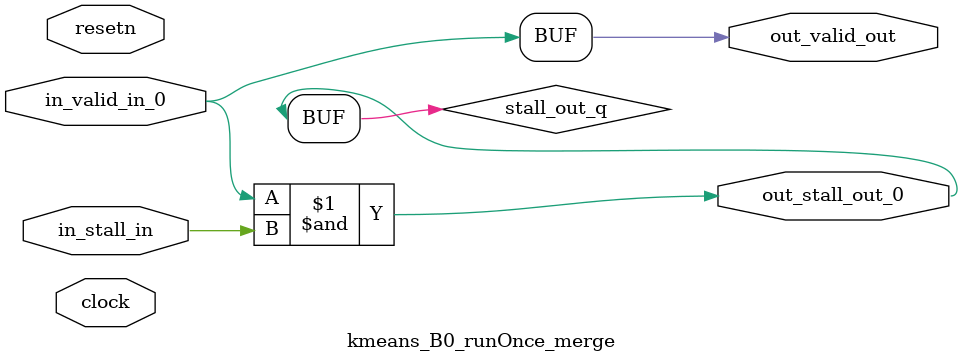
<source format=sv>



(* altera_attribute = "-name AUTO_SHIFT_REGISTER_RECOGNITION OFF; -name MESSAGE_DISABLE 10036; -name MESSAGE_DISABLE 10037; -name MESSAGE_DISABLE 14130; -name MESSAGE_DISABLE 14320; -name MESSAGE_DISABLE 15400; -name MESSAGE_DISABLE 14130; -name MESSAGE_DISABLE 10036; -name MESSAGE_DISABLE 12020; -name MESSAGE_DISABLE 12030; -name MESSAGE_DISABLE 12010; -name MESSAGE_DISABLE 12110; -name MESSAGE_DISABLE 14320; -name MESSAGE_DISABLE 13410; -name MESSAGE_DISABLE 113007; -name MESSAGE_DISABLE 10958" *)
module kmeans_B0_runOnce_merge (
    input wire [0:0] in_stall_in,
    input wire [0:0] in_valid_in_0,
    output wire [0:0] out_stall_out_0,
    output wire [0:0] out_valid_out,
    input wire clock,
    input wire resetn
    );

    wire [0:0] stall_out_q;


    // stall_out(LOGICAL,6)
    assign stall_out_q = in_valid_in_0 & in_stall_in;

    // out_stall_out_0(GPOUT,4)
    assign out_stall_out_0 = stall_out_q;

    // out_valid_out(GPOUT,5)
    assign out_valid_out = in_valid_in_0;

endmodule

</source>
